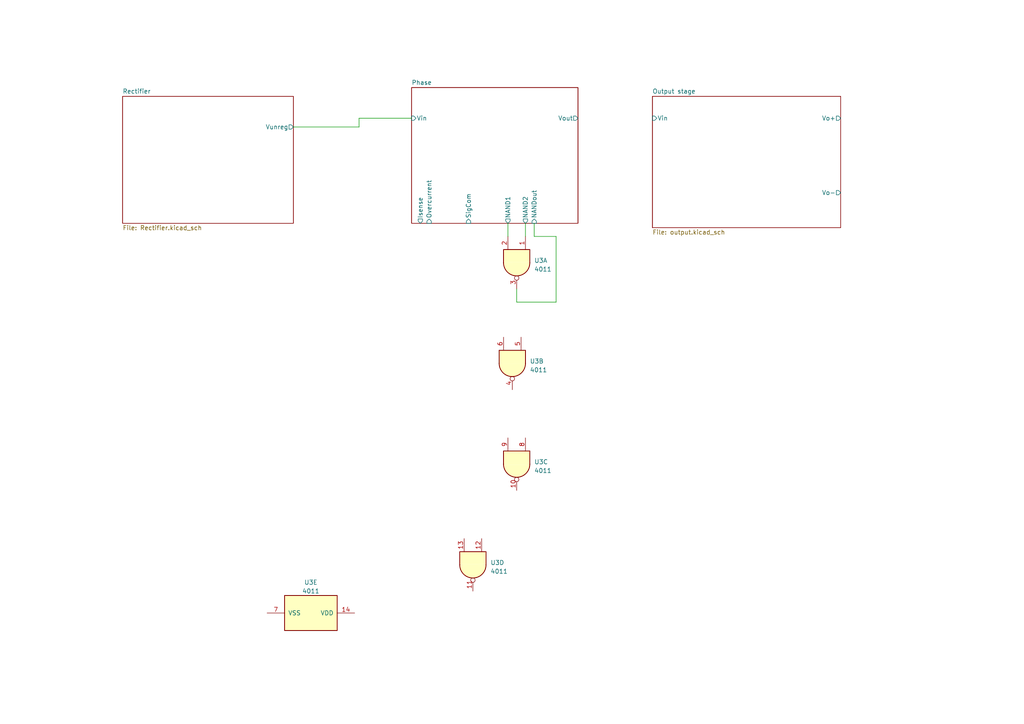
<source format=kicad_sch>
(kicad_sch (version 20230121) (generator eeschema)
  (paper "A4")
  (lib_symbols
    (symbol "4xxx:4011" (pin_names (offset 1.016))
      (property "Reference" "U" (at 0 1.27 0))
      (property "Value" "4011" (at 0 -1.27 0))
      (symbol "4011_1_1"
        (arc (start 0 -3.81) (mid 3.7934 0) (end 0 3.81) (stroke (width 0.254)) (fill (type background)))
        (polyline (pts (xy 0 3.81) (xy -3.81 3.81) (xy -3.81 -3.81) (xy 0 -3.81)) (stroke (width 0.254)) (fill (type background)))
        (pin input line (at -7.62 2.54 0) (length 3.81) (name "~") (number "1"))
        (pin input line (at -7.62 -2.54 0) (length 3.81) (name "~") (number "2"))
        (pin output inverted (at 7.62 0 180) (length 3.81) (name "~") (number "3"))
      )
      (symbol "4011_1_2"
        (arc (start -3.81 -3.81) (mid -2.589 0) (end -3.81 3.81) (stroke (width 0.254)))
        (arc (start -0.6096 -3.81) (mid 2.1842 -2.5851) (end 3.81 0) (stroke (width 0.254)) (fill (type background)))
        (polyline (pts (xy -3.81 -3.81) (xy -0.635 -3.81)) (stroke (width 0.254)) (fill (type background)))
        (polyline (pts (xy -3.81 3.81) (xy -0.635 3.81)) (stroke (width 0.254)) (fill (type background)))
        (polyline (pts (xy -0.635 3.81) (xy -3.81 3.81) (xy -3.81 3.81) (xy -3.556 3.4036) (xy -3.0226 2.2606) (xy -2.6924 1.0414) (xy -2.6162 -0.254) (xy -2.7686 -1.4986) (xy -3.175 -2.7178) (xy -3.81 -3.81) (xy -3.81 -3.81) (xy -0.635 -3.81)) (stroke (width -25.4)) (fill (type background)))
        (arc (start 3.81 0) (mid 2.1915 2.5936) (end -0.6096 3.81) (stroke (width 0.254)) (fill (type background)))
        (pin input inverted (at -7.62 2.54 0) (length 4.318) (name "~") (number "1"))
        (pin input inverted (at -7.62 -2.54 0) (length 4.318) (name "~") (number "2"))
        (pin output line (at 7.62 0 180) (length 3.81) (name "~") (number "3"))
      )
      (symbol "4011_2_1"
        (arc (start 0 -3.81) (mid 3.7934 0) (end 0 3.81) (stroke (width 0.254)) (fill (type background)))
        (polyline (pts (xy 0 3.81) (xy -3.81 3.81) (xy -3.81 -3.81) (xy 0 -3.81)) (stroke (width 0.254)) (fill (type background)))
        (pin output inverted (at 7.62 0 180) (length 3.81) (name "~") (number "4"))
        (pin input line (at -7.62 2.54 0) (length 3.81) (name "~") (number "5"))
        (pin input line (at -7.62 -2.54 0) (length 3.81) (name "~") (number "6"))
      )
      (symbol "4011_2_2"
        (arc (start -3.81 -3.81) (mid -2.589 0) (end -3.81 3.81) (stroke (width 0.254)))
        (arc (start -0.6096 -3.81) (mid 2.1842 -2.5851) (end 3.81 0) (stroke (width 0.254)) (fill (type background)))
        (polyline (pts (xy -3.81 -3.81) (xy -0.635 -3.81)) (stroke (width 0.254)) (fill (type background)))
        (polyline (pts (xy -3.81 3.81) (xy -0.635 3.81)) (stroke (width 0.254)) (fill (type background)))
        (polyline (pts (xy -0.635 3.81) (xy -3.81 3.81) (xy -3.81 3.81) (xy -3.556 3.4036) (xy -3.0226 2.2606) (xy -2.6924 1.0414) (xy -2.6162 -0.254) (xy -2.7686 -1.4986) (xy -3.175 -2.7178) (xy -3.81 -3.81) (xy -3.81 -3.81) (xy -0.635 -3.81)) (stroke (width -25.4)) (fill (type background)))
        (arc (start 3.81 0) (mid 2.1915 2.5936) (end -0.6096 3.81) (stroke (width 0.254)) (fill (type background)))
        (pin output line (at 7.62 0 180) (length 3.81) (name "~") (number "4"))
        (pin input inverted (at -7.62 2.54 0) (length 4.318) (name "~") (number "5"))
        (pin input inverted (at -7.62 -2.54 0) (length 4.318) (name "~") (number "6"))
      )
      (symbol "4011_3_1"
        (arc (start 0 -3.81) (mid 3.7934 0) (end 0 3.81) (stroke (width 0.254)) (fill (type background)))
        (polyline (pts (xy 0 3.81) (xy -3.81 3.81) (xy -3.81 -3.81) (xy 0 -3.81)) (stroke (width 0.254)) (fill (type background)))
        (pin output inverted (at 7.62 0 180) (length 3.81) (name "~") (number "10"))
        (pin input line (at -7.62 2.54 0) (length 3.81) (name "~") (number "8"))
        (pin input line (at -7.62 -2.54 0) (length 3.81) (name "~") (number "9"))
      )
      (symbol "4011_3_2"
        (arc (start -3.81 -3.81) (mid -2.589 0) (end -3.81 3.81) (stroke (width 0.254)))
        (arc (start -0.6096 -3.81) (mid 2.1842 -2.5851) (end 3.81 0) (stroke (width 0.254)) (fill (type background)))
        (polyline (pts (xy -3.81 -3.81) (xy -0.635 -3.81)) (stroke (width 0.254)) (fill (type background)))
        (polyline (pts (xy -3.81 3.81) (xy -0.635 3.81)) (stroke (width 0.254)) (fill (type background)))
        (polyline (pts (xy -0.635 3.81) (xy -3.81 3.81) (xy -3.81 3.81) (xy -3.556 3.4036) (xy -3.0226 2.2606) (xy -2.6924 1.0414) (xy -2.6162 -0.254) (xy -2.7686 -1.4986) (xy -3.175 -2.7178) (xy -3.81 -3.81) (xy -3.81 -3.81) (xy -0.635 -3.81)) (stroke (width -25.4)) (fill (type background)))
        (arc (start 3.81 0) (mid 2.1915 2.5936) (end -0.6096 3.81) (stroke (width 0.254)) (fill (type background)))
        (pin output line (at 7.62 0 180) (length 3.81) (name "~") (number "10"))
        (pin input inverted (at -7.62 2.54 0) (length 4.318) (name "~") (number "8"))
        (pin input inverted (at -7.62 -2.54 0) (length 4.318) (name "~") (number "9"))
      )
      (symbol "4011_4_1"
        (arc (start 0 -3.81) (mid 3.7934 0) (end 0 3.81) (stroke (width 0.254)) (fill (type background)))
        (polyline (pts (xy 0 3.81) (xy -3.81 3.81) (xy -3.81 -3.81) (xy 0 -3.81)) (stroke (width 0.254)) (fill (type background)))
        (pin output inverted (at 7.62 0 180) (length 3.81) (name "~") (number "11"))
        (pin input line (at -7.62 2.54 0) (length 3.81) (name "~") (number "12"))
        (pin input line (at -7.62 -2.54 0) (length 3.81) (name "~") (number "13"))
      )
      (symbol "4011_4_2"
        (arc (start -3.81 -3.81) (mid -2.589 0) (end -3.81 3.81) (stroke (width 0.254)))
        (arc (start -0.6096 -3.81) (mid 2.1842 -2.5851) (end 3.81 0) (stroke (width 0.254)) (fill (type background)))
        (polyline (pts (xy -3.81 -3.81) (xy -0.635 -3.81)) (stroke (width 0.254)) (fill (type background)))
        (polyline (pts (xy -3.81 3.81) (xy -0.635 3.81)) (stroke (width 0.254)) (fill (type background)))
        (polyline (pts (xy -0.635 3.81) (xy -3.81 3.81) (xy -3.81 3.81) (xy -3.556 3.4036) (xy -3.0226 2.2606) (xy -2.6924 1.0414) (xy -2.6162 -0.254) (xy -2.7686 -1.4986) (xy -3.175 -2.7178) (xy -3.81 -3.81) (xy -3.81 -3.81) (xy -0.635 -3.81)) (stroke (width -25.4)) (fill (type background)))
        (arc (start 3.81 0) (mid 2.1915 2.5936) (end -0.6096 3.81) (stroke (width 0.254)) (fill (type background)))
        (pin output line (at 7.62 0 180) (length 3.81) (name "~") (number "11"))
        (pin input inverted (at -7.62 2.54 0) (length 4.318) (name "~") (number "12"))
        (pin input inverted (at -7.62 -2.54 0) (length 4.318) (name "~") (number "13"))
      )
      (symbol "4011_5_0"
        (pin power_in line (at 0 12.7 270) (length 5.08) (name "VDD") (number "14"))
        (pin power_in line (at 0 -12.7 90) (length 5.08) (name "VSS") (number "7"))
      )
      (symbol "4011_5_1"
        (rectangle (start -5.08 7.62) (end 5.08 -7.62) (stroke (width 0.254)) (fill (type background)))
      )
    )
  )
  (wire (pts (xy 152.4 64.77) (xy 152.4 68.58)))
  (wire (pts (xy 149.86 87.63) (xy 161.29 87.63)))
  (wire (pts (xy 161.29 87.63) (xy 161.29 68.58)))
  (wire (pts (xy 104.14 34.29) (xy 119.38 34.29)))
  (wire (pts (xy 149.86 83.82) (xy 149.86 87.63)))
  (wire (pts (xy 104.14 36.83) (xy 104.14 34.29)))
  (wire (pts (xy 154.94 68.58) (xy 154.94 64.77)))
  (wire (pts (xy 161.29 68.58) (xy 154.94 68.58)))
  (wire (pts (xy 85.09 36.83) (xy 104.14 36.83)))
  (wire (pts (xy 147.32 64.77) (xy 147.32 68.58)))
  (symbol (lib_id "4xxx:4011") (at 148.59 105.41 270) (unit 2)
    (property "Reference" "U3" (at 153.67 104.7667 90) (effects (justify left)))
    (property "Value" "4011" (at 153.67 107.3067 90) (effects (justify left)))
    (property "Datasheet" "http://www.intersil.com/content/dam/Intersil/documents/cd40/cd4011bms-12bms-23bms.pdf" (effects hide))
  )
  (symbol (lib_id "4xxx:4011") (at 149.86 76.2 270) (unit 1)
    (property "Reference" "U3" (at 154.94 75.5567 90) (effects (justify left)))
    (property "Value" "4011" (at 154.94 78.0967 90) (effects (justify left)))
    (property "Datasheet" "http://www.intersil.com/content/dam/Intersil/documents/cd40/cd4011bms-12bms-23bms.pdf" (effects hide))
  )
  (symbol (lib_id "4xxx:4011") (at 137.16 163.83 270) (unit 4)
    (property "Reference" "U3" (at 142.24 163.1867 90) (effects (justify left)))
    (property "Value" "4011" (at 142.24 165.7267 90) (effects (justify left)))
    (property "Datasheet" "http://www.intersil.com/content/dam/Intersil/documents/cd40/cd4011bms-12bms-23bms.pdf" (effects hide))
  )
  (symbol (lib_id "4xxx:4011") (at 149.86 134.62 270) (unit 3)
    (property "Reference" "U3" (at 154.94 133.9767 90) (effects (justify left)))
    (property "Value" "4011" (at 154.94 136.5167 90) (effects (justify left)))
    (property "Datasheet" "http://www.intersil.com/content/dam/Intersil/documents/cd40/cd4011bms-12bms-23bms.pdf" (effects hide))
  )
  (symbol (lib_id "4xxx:4011") (at 90.17 177.8 270) (unit 5)
    (property "Reference" "U3" (at 90.17 168.91 90))
    (property "Value" "4011" (at 90.17 171.45 90))
    (property "Datasheet" "http://www.intersil.com/content/dam/Intersil/documents/cd40/cd4011bms-12bms-23bms.pdf" (effects hide))
  )
  (sheet (at 189.23 27.94) (size 54.61 38.1) (stroke (width 0.1524))
    (property "Sheetname" "Output stage" (at 189.23 27.2284 0) (effects (justify left bottom)))
    (property "Sheetfile" "output.kicad_sch" (at 189.23 66.6246 0) (effects (justify left top)))
    (pin "Vin" input (at 189.23 34.29 180))
    (pin "Vo+" output (at 243.84 34.29 0))
    (pin "Vo-" output (at 243.84 55.88 0))
  )
  (sheet (at 119.38 25.4) (size 48.26 39.37) (stroke (width 0.1524))
    (property "Sheetname" "Phase" (at 119.38 24.6884 0) (effects (justify left bottom)))
    (property "Sheetfile" "phase.kicad_sch" (effects hide))
    (pin "Vin" input (at 119.38 34.29 180))
    (pin "Vout" output (at 167.64 34.29 0))
    (pin "Overcurrent" input (at 124.46 64.77 270))
    (pin "SigCom" input (at 135.89 64.77 270))
    (pin "NAND1" output (at 147.32 64.77 270))
    (pin "NAND2" output (at 152.4 64.77 270))
    (pin "Isense" output (at 121.92 64.77 270))
    (pin "NANDout" input (at 154.94 64.77 270))
  )
  (sheet (at 35.56 27.94) (size 49.53 36.83) (stroke (width 0.1524))
    (property "Sheetname" "Rectifier" (at 35.56 27.2284 0) (effects (justify left bottom)))
    (property "Sheetfile" "Rectifier.kicad_sch" (at 35.56 65.3546 0) (effects (justify left top)))
    (pin "Vunreg" output (at 85.09 36.83 0))
  )
)
</source>
